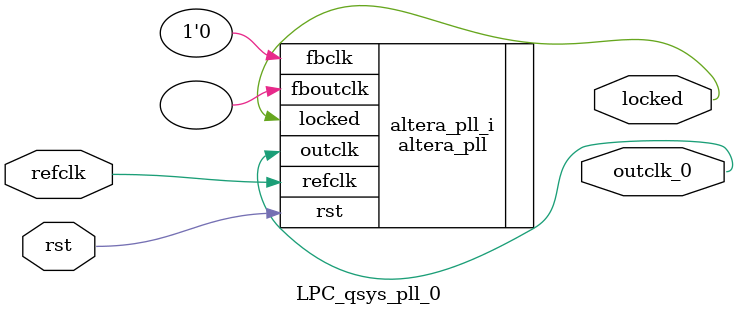
<source format=v>
`timescale 1ns/10ps
module  LPC_qsys_pll_0(

	// interface 'refclk'
	input wire refclk,

	// interface 'reset'
	input wire rst,

	// interface 'outclk0'
	output wire outclk_0,

	// interface 'locked'
	output wire locked
);

	altera_pll #(
		.fractional_vco_multiplier("true"),
		.reference_clock_frequency("50.0 MHz"),
		.operation_mode("direct"),
		.number_of_clocks(1),
		.output_clock_frequency0("0.800000 MHz"),
		.phase_shift0("0 ps"),
		.duty_cycle0(50),
		.output_clock_frequency1("0 MHz"),
		.phase_shift1("0 ps"),
		.duty_cycle1(50),
		.output_clock_frequency2("0 MHz"),
		.phase_shift2("0 ps"),
		.duty_cycle2(50),
		.output_clock_frequency3("0 MHz"),
		.phase_shift3("0 ps"),
		.duty_cycle3(50),
		.output_clock_frequency4("0 MHz"),
		.phase_shift4("0 ps"),
		.duty_cycle4(50),
		.output_clock_frequency5("0 MHz"),
		.phase_shift5("0 ps"),
		.duty_cycle5(50),
		.output_clock_frequency6("0 MHz"),
		.phase_shift6("0 ps"),
		.duty_cycle6(50),
		.output_clock_frequency7("0 MHz"),
		.phase_shift7("0 ps"),
		.duty_cycle7(50),
		.output_clock_frequency8("0 MHz"),
		.phase_shift8("0 ps"),
		.duty_cycle8(50),
		.output_clock_frequency9("0 MHz"),
		.phase_shift9("0 ps"),
		.duty_cycle9(50),
		.output_clock_frequency10("0 MHz"),
		.phase_shift10("0 ps"),
		.duty_cycle10(50),
		.output_clock_frequency11("0 MHz"),
		.phase_shift11("0 ps"),
		.duty_cycle11(50),
		.output_clock_frequency12("0 MHz"),
		.phase_shift12("0 ps"),
		.duty_cycle12(50),
		.output_clock_frequency13("0 MHz"),
		.phase_shift13("0 ps"),
		.duty_cycle13(50),
		.output_clock_frequency14("0 MHz"),
		.phase_shift14("0 ps"),
		.duty_cycle14(50),
		.output_clock_frequency15("0 MHz"),
		.phase_shift15("0 ps"),
		.duty_cycle15(50),
		.output_clock_frequency16("0 MHz"),
		.phase_shift16("0 ps"),
		.duty_cycle16(50),
		.output_clock_frequency17("0 MHz"),
		.phase_shift17("0 ps"),
		.duty_cycle17(50),
		.pll_type("General"),
		.pll_subtype("General")
	) altera_pll_i (
		.rst	(rst),
		.outclk	({outclk_0}),
		.locked	(locked),
		.fboutclk	( ),
		.fbclk	(1'b0),
		.refclk	(refclk)
	);
endmodule


</source>
